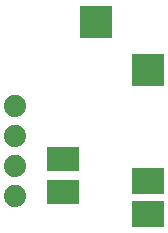
<source format=gtp>
G04 #@! TF.FileFunction,Paste,Top*
%FSLAX46Y46*%
G04 Gerber Fmt 4.6, Leading zero omitted, Abs format (unit mm)*
G04 Created by KiCad (PCBNEW 4.0.2-stable) date 6/3/2016 7:26:30 PM*
%MOMM*%
G01*
G04 APERTURE LIST*
%ADD10C,0.150000*%
%ADD11R,2.800000X2.000000*%
%ADD12R,2.800000X2.200000*%
%ADD13R,2.800000X2.800000*%
%ADD14C,1.879600*%
G04 APERTURE END LIST*
D10*
D11*
X6990000Y4275000D03*
X6990000Y7075000D03*
D12*
X14190000Y5175000D03*
X14190000Y2375000D03*
D13*
X14190000Y14575000D03*
X9840000Y18675000D03*
D14*
X2960000Y8995000D03*
X2960000Y6455000D03*
X2960000Y3915000D03*
X2960000Y11535000D03*
M02*

</source>
